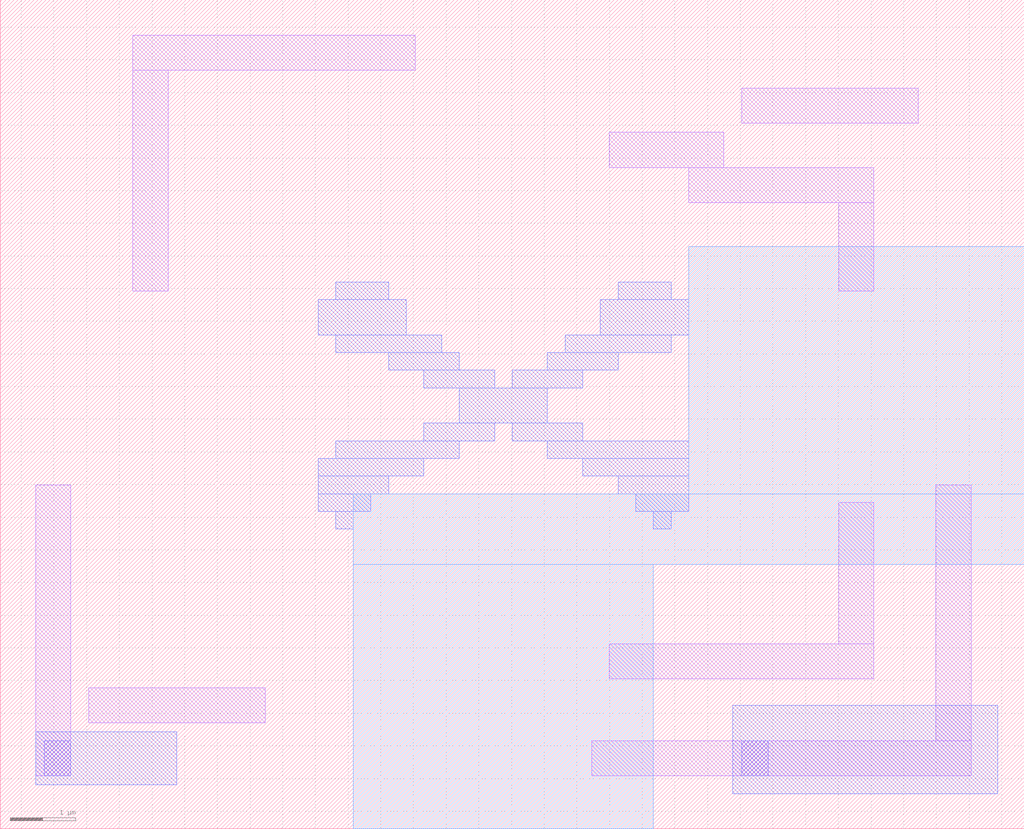
<source format=lef>
VERSION 5.7 ;
  NOWIREEXTENSIONATPIN ON ;
  DIVIDERCHAR "/" ;
  BUSBITCHARS "[]" ;
MACRO skullfet_nand
  CLASS BLOCK ;
  FOREIGN skullfet_nand ;
  ORIGIN 4.320 13.770 ;
  SIZE 15.660 BY 12.690 ;
  OBS
      LAYER nwell ;
        RECT 6.210 -8.640 11.340 -4.860 ;
        RECT 1.080 -9.720 11.340 -8.640 ;
        RECT 1.080 -13.770 5.670 -9.720 ;
      LAYER li1 ;
        RECT -2.295 -2.160 2.025 -1.620 ;
        RECT -2.295 -5.535 -1.755 -2.160 ;
        RECT 7.020 -2.970 9.720 -2.430 ;
        RECT 4.995 -3.645 6.750 -3.105 ;
        RECT 6.210 -4.185 9.045 -3.645 ;
        RECT 8.505 -5.535 9.045 -4.185 ;
        RECT -3.780 -12.960 -3.240 -8.505 ;
        RECT 8.505 -10.935 9.045 -8.775 ;
        RECT 4.995 -11.475 9.045 -10.935 ;
        RECT -2.970 -12.150 -0.270 -11.610 ;
        RECT 9.990 -12.420 10.530 -8.505 ;
        RECT 4.725 -12.960 10.530 -12.420 ;
      LAYER mcon ;
        RECT -3.645 -12.960 -3.240 -12.420 ;
        RECT 7.020 -12.960 7.425 -12.420 ;
      LAYER met1 ;
        RECT 0.810 -5.670 1.620 -5.400 ;
        RECT 5.130 -5.670 5.940 -5.400 ;
        RECT 0.540 -6.210 1.890 -5.670 ;
        RECT 4.860 -6.210 6.210 -5.670 ;
        RECT 0.810 -6.480 2.430 -6.210 ;
        RECT 4.320 -6.480 5.940 -6.210 ;
        RECT 1.620 -6.750 2.700 -6.480 ;
        RECT 4.050 -6.750 5.130 -6.480 ;
        RECT 2.160 -7.020 3.240 -6.750 ;
        RECT 3.510 -7.020 4.590 -6.750 ;
        RECT 2.700 -7.560 4.050 -7.020 ;
        RECT 2.160 -7.830 3.240 -7.560 ;
        RECT 3.510 -7.830 4.590 -7.560 ;
        RECT 0.810 -8.100 2.700 -7.830 ;
        RECT 4.050 -8.100 6.210 -7.830 ;
        RECT 0.540 -8.370 2.160 -8.100 ;
        RECT 4.590 -8.370 6.210 -8.100 ;
        RECT 0.540 -8.640 1.620 -8.370 ;
        RECT 5.130 -8.640 6.210 -8.370 ;
        RECT 0.540 -8.910 1.350 -8.640 ;
        RECT 5.400 -8.910 6.210 -8.640 ;
        RECT 0.810 -9.180 1.080 -8.910 ;
        RECT 5.670 -9.180 5.940 -8.910 ;
        RECT -3.780 -13.095 -1.620 -12.285 ;
        RECT 6.885 -13.230 10.935 -11.880 ;
  END
END skullfet_nand
END LIBRARY


</source>
